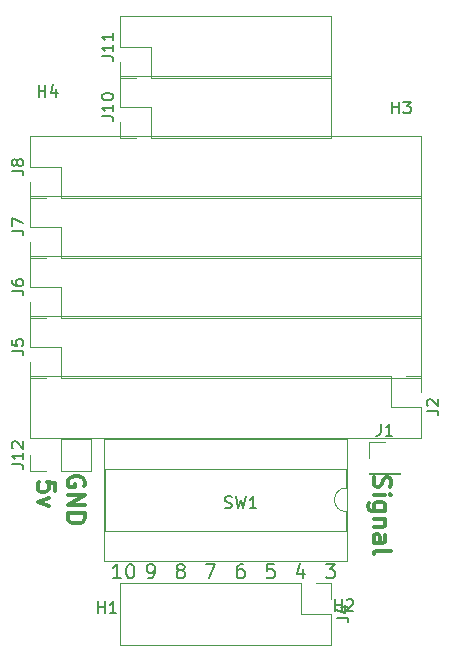
<source format=gto>
G04 #@! TF.GenerationSoftware,KiCad,Pcbnew,5.0.2-bee76a0~70~ubuntu14.04.1*
G04 #@! TF.CreationDate,2018-12-14T16:23:02-07:00*
G04 #@! TF.ProjectId,perf-sensor,70657266-2d73-4656-9e73-6f722e6b6963,rev?*
G04 #@! TF.SameCoordinates,Original*
G04 #@! TF.FileFunction,Legend,Top*
G04 #@! TF.FilePolarity,Positive*
%FSLAX46Y46*%
G04 Gerber Fmt 4.6, Leading zero omitted, Abs format (unit mm)*
G04 Created by KiCad (PCBNEW 5.0.2-bee76a0~70~ubuntu14.04.1) date Fri 14 Dec 2018 04:23:02 PM MST*
%MOMM*%
%LPD*%
G01*
G04 APERTURE LIST*
%ADD10C,0.300000*%
%ADD11C,0.200000*%
%ADD12C,0.120000*%
%ADD13C,0.150000*%
G04 APERTURE END LIST*
D10*
X85911428Y-98083714D02*
X85911428Y-97369428D01*
X85197142Y-97298000D01*
X85268571Y-97369428D01*
X85340000Y-97512285D01*
X85340000Y-97869428D01*
X85268571Y-98012285D01*
X85197142Y-98083714D01*
X85054285Y-98155142D01*
X84697142Y-98155142D01*
X84554285Y-98083714D01*
X84482857Y-98012285D01*
X84411428Y-97869428D01*
X84411428Y-97512285D01*
X84482857Y-97369428D01*
X84554285Y-97298000D01*
X85411428Y-98655142D02*
X84411428Y-99012285D01*
X85411428Y-99369428D01*
X88380000Y-97663142D02*
X88451428Y-97520285D01*
X88451428Y-97306000D01*
X88380000Y-97091714D01*
X88237142Y-96948857D01*
X88094285Y-96877428D01*
X87808571Y-96806000D01*
X87594285Y-96806000D01*
X87308571Y-96877428D01*
X87165714Y-96948857D01*
X87022857Y-97091714D01*
X86951428Y-97306000D01*
X86951428Y-97448857D01*
X87022857Y-97663142D01*
X87094285Y-97734571D01*
X87594285Y-97734571D01*
X87594285Y-97448857D01*
X86951428Y-98377428D02*
X88451428Y-98377428D01*
X86951428Y-99234571D01*
X88451428Y-99234571D01*
X86951428Y-99948857D02*
X88451428Y-99948857D01*
X88451428Y-100306000D01*
X88380000Y-100520285D01*
X88237142Y-100663142D01*
X88094285Y-100734571D01*
X87808571Y-100806000D01*
X87594285Y-100806000D01*
X87308571Y-100734571D01*
X87165714Y-100663142D01*
X87022857Y-100520285D01*
X86951428Y-100306000D01*
X86951428Y-99948857D01*
X112930857Y-96861714D02*
X112859428Y-97076000D01*
X112859428Y-97433142D01*
X112930857Y-97576000D01*
X113002285Y-97647428D01*
X113145142Y-97718857D01*
X113288000Y-97718857D01*
X113430857Y-97647428D01*
X113502285Y-97576000D01*
X113573714Y-97433142D01*
X113645142Y-97147428D01*
X113716571Y-97004571D01*
X113788000Y-96933142D01*
X113930857Y-96861714D01*
X114073714Y-96861714D01*
X114216571Y-96933142D01*
X114288000Y-97004571D01*
X114359428Y-97147428D01*
X114359428Y-97504571D01*
X114288000Y-97718857D01*
X112859428Y-98361714D02*
X113859428Y-98361714D01*
X114359428Y-98361714D02*
X114288000Y-98290285D01*
X114216571Y-98361714D01*
X114288000Y-98433142D01*
X114359428Y-98361714D01*
X114216571Y-98361714D01*
X113859428Y-99718857D02*
X112645142Y-99718857D01*
X112502285Y-99647428D01*
X112430857Y-99576000D01*
X112359428Y-99433142D01*
X112359428Y-99218857D01*
X112430857Y-99076000D01*
X112930857Y-99718857D02*
X112859428Y-99576000D01*
X112859428Y-99290285D01*
X112930857Y-99147428D01*
X113002285Y-99076000D01*
X113145142Y-99004571D01*
X113573714Y-99004571D01*
X113716571Y-99076000D01*
X113788000Y-99147428D01*
X113859428Y-99290285D01*
X113859428Y-99576000D01*
X113788000Y-99718857D01*
X113859428Y-100433142D02*
X112859428Y-100433142D01*
X113716571Y-100433142D02*
X113788000Y-100504571D01*
X113859428Y-100647428D01*
X113859428Y-100861714D01*
X113788000Y-101004571D01*
X113645142Y-101076000D01*
X112859428Y-101076000D01*
X112859428Y-102433142D02*
X113645142Y-102433142D01*
X113788000Y-102361714D01*
X113859428Y-102218857D01*
X113859428Y-101933142D01*
X113788000Y-101790285D01*
X112930857Y-102433142D02*
X112859428Y-102290285D01*
X112859428Y-101933142D01*
X112930857Y-101790285D01*
X113073714Y-101718857D01*
X113216571Y-101718857D01*
X113359428Y-101790285D01*
X113430857Y-101933142D01*
X113430857Y-102290285D01*
X113502285Y-102433142D01*
X112859428Y-103361714D02*
X112930857Y-103218857D01*
X113073714Y-103147428D01*
X114359428Y-103147428D01*
D11*
X91465428Y-105444857D02*
X90779714Y-105444857D01*
X91122571Y-105444857D02*
X91122571Y-104244857D01*
X91008285Y-104416285D01*
X90894000Y-104530571D01*
X90779714Y-104587714D01*
X92208285Y-104244857D02*
X92322571Y-104244857D01*
X92436857Y-104302000D01*
X92494000Y-104359142D01*
X92551142Y-104473428D01*
X92608285Y-104702000D01*
X92608285Y-104987714D01*
X92551142Y-105216285D01*
X92494000Y-105330571D01*
X92436857Y-105387714D01*
X92322571Y-105444857D01*
X92208285Y-105444857D01*
X92094000Y-105387714D01*
X92036857Y-105330571D01*
X91979714Y-105216285D01*
X91922571Y-104987714D01*
X91922571Y-104702000D01*
X91979714Y-104473428D01*
X92036857Y-104359142D01*
X92094000Y-104302000D01*
X92208285Y-104244857D01*
X93751428Y-105444857D02*
X93980000Y-105444857D01*
X94094285Y-105387714D01*
X94151428Y-105330571D01*
X94265714Y-105159142D01*
X94322857Y-104930571D01*
X94322857Y-104473428D01*
X94265714Y-104359142D01*
X94208571Y-104302000D01*
X94094285Y-104244857D01*
X93865714Y-104244857D01*
X93751428Y-104302000D01*
X93694285Y-104359142D01*
X93637142Y-104473428D01*
X93637142Y-104759142D01*
X93694285Y-104873428D01*
X93751428Y-104930571D01*
X93865714Y-104987714D01*
X94094285Y-104987714D01*
X94208571Y-104930571D01*
X94265714Y-104873428D01*
X94322857Y-104759142D01*
X96405714Y-104759142D02*
X96291428Y-104702000D01*
X96234285Y-104644857D01*
X96177142Y-104530571D01*
X96177142Y-104473428D01*
X96234285Y-104359142D01*
X96291428Y-104302000D01*
X96405714Y-104244857D01*
X96634285Y-104244857D01*
X96748571Y-104302000D01*
X96805714Y-104359142D01*
X96862857Y-104473428D01*
X96862857Y-104530571D01*
X96805714Y-104644857D01*
X96748571Y-104702000D01*
X96634285Y-104759142D01*
X96405714Y-104759142D01*
X96291428Y-104816285D01*
X96234285Y-104873428D01*
X96177142Y-104987714D01*
X96177142Y-105216285D01*
X96234285Y-105330571D01*
X96291428Y-105387714D01*
X96405714Y-105444857D01*
X96634285Y-105444857D01*
X96748571Y-105387714D01*
X96805714Y-105330571D01*
X96862857Y-105216285D01*
X96862857Y-104987714D01*
X96805714Y-104873428D01*
X96748571Y-104816285D01*
X96634285Y-104759142D01*
X98660000Y-104244857D02*
X99460000Y-104244857D01*
X98945714Y-105444857D01*
X101828571Y-104244857D02*
X101600000Y-104244857D01*
X101485714Y-104302000D01*
X101428571Y-104359142D01*
X101314285Y-104530571D01*
X101257142Y-104759142D01*
X101257142Y-105216285D01*
X101314285Y-105330571D01*
X101371428Y-105387714D01*
X101485714Y-105444857D01*
X101714285Y-105444857D01*
X101828571Y-105387714D01*
X101885714Y-105330571D01*
X101942857Y-105216285D01*
X101942857Y-104930571D01*
X101885714Y-104816285D01*
X101828571Y-104759142D01*
X101714285Y-104702000D01*
X101485714Y-104702000D01*
X101371428Y-104759142D01*
X101314285Y-104816285D01*
X101257142Y-104930571D01*
X104425714Y-104244857D02*
X103854285Y-104244857D01*
X103797142Y-104816285D01*
X103854285Y-104759142D01*
X103968571Y-104702000D01*
X104254285Y-104702000D01*
X104368571Y-104759142D01*
X104425714Y-104816285D01*
X104482857Y-104930571D01*
X104482857Y-105216285D01*
X104425714Y-105330571D01*
X104368571Y-105387714D01*
X104254285Y-105444857D01*
X103968571Y-105444857D01*
X103854285Y-105387714D01*
X103797142Y-105330571D01*
X106908571Y-104644857D02*
X106908571Y-105444857D01*
X106622857Y-104187714D02*
X106337142Y-105044857D01*
X107080000Y-105044857D01*
X108820000Y-104244857D02*
X109562857Y-104244857D01*
X109162857Y-104702000D01*
X109334285Y-104702000D01*
X109448571Y-104759142D01*
X109505714Y-104816285D01*
X109562857Y-104930571D01*
X109562857Y-105216285D01*
X109505714Y-105330571D01*
X109448571Y-105387714D01*
X109334285Y-105444857D01*
X108991428Y-105444857D01*
X108877142Y-105387714D01*
X108820000Y-105330571D01*
D12*
G04 #@! TO.C,J4*
X91380000Y-105858000D02*
X91380000Y-111058000D01*
X106680000Y-105858000D02*
X91380000Y-105858000D01*
X109280000Y-111058000D02*
X91380000Y-111058000D01*
X106680000Y-105858000D02*
X106680000Y-108458000D01*
X106680000Y-108458000D02*
X109280000Y-108458000D01*
X109280000Y-108458000D02*
X109280000Y-111058000D01*
X107950000Y-105858000D02*
X109280000Y-105858000D01*
X109280000Y-105858000D02*
X109280000Y-107188000D01*
G04 #@! TO.C,SW1*
X110550000Y-99806000D02*
G75*
G02X110550000Y-97806000I0J1000000D01*
G01*
X110550000Y-97806000D02*
X110550000Y-96156000D01*
X110550000Y-96156000D02*
X90110000Y-96156000D01*
X90110000Y-96156000D02*
X90110000Y-101456000D01*
X90110000Y-101456000D02*
X110550000Y-101456000D01*
X110550000Y-101456000D02*
X110550000Y-99806000D01*
X110610000Y-93666000D02*
X90050000Y-93666000D01*
X90050000Y-93666000D02*
X90050000Y-103946000D01*
X90050000Y-103946000D02*
X110610000Y-103946000D01*
X110610000Y-103946000D02*
X110610000Y-93666000D01*
G04 #@! TO.C,J2*
X83760000Y-88332000D02*
X83760000Y-93532000D01*
X114300000Y-88332000D02*
X83760000Y-88332000D01*
X116900000Y-93532000D02*
X83760000Y-93532000D01*
X114300000Y-88332000D02*
X114300000Y-90932000D01*
X114300000Y-90932000D02*
X116900000Y-90932000D01*
X116900000Y-90932000D02*
X116900000Y-93532000D01*
X115570000Y-88332000D02*
X116900000Y-88332000D01*
X116900000Y-88332000D02*
X116900000Y-89662000D01*
G04 #@! TO.C,J5*
X116900000Y-88452000D02*
X116900000Y-83252000D01*
X86360000Y-88452000D02*
X116900000Y-88452000D01*
X83760000Y-83252000D02*
X116900000Y-83252000D01*
X86360000Y-88452000D02*
X86360000Y-85852000D01*
X86360000Y-85852000D02*
X83760000Y-85852000D01*
X83760000Y-85852000D02*
X83760000Y-83252000D01*
X85090000Y-88452000D02*
X83760000Y-88452000D01*
X83760000Y-88452000D02*
X83760000Y-87122000D01*
G04 #@! TO.C,J6*
X83760000Y-83372000D02*
X83760000Y-82042000D01*
X85090000Y-83372000D02*
X83760000Y-83372000D01*
X83760000Y-80772000D02*
X83760000Y-78172000D01*
X86360000Y-80772000D02*
X83760000Y-80772000D01*
X86360000Y-83372000D02*
X86360000Y-80772000D01*
X83760000Y-78172000D02*
X116900000Y-78172000D01*
X86360000Y-83372000D02*
X116900000Y-83372000D01*
X116900000Y-83372000D02*
X116900000Y-78172000D01*
G04 #@! TO.C,J7*
X116900000Y-78292000D02*
X116900000Y-73092000D01*
X86360000Y-78292000D02*
X116900000Y-78292000D01*
X83760000Y-73092000D02*
X116900000Y-73092000D01*
X86360000Y-78292000D02*
X86360000Y-75692000D01*
X86360000Y-75692000D02*
X83760000Y-75692000D01*
X83760000Y-75692000D02*
X83760000Y-73092000D01*
X85090000Y-78292000D02*
X83760000Y-78292000D01*
X83760000Y-78292000D02*
X83760000Y-76962000D01*
G04 #@! TO.C,J8*
X116900000Y-73212000D02*
X116900000Y-68012000D01*
X86360000Y-73212000D02*
X116900000Y-73212000D01*
X83760000Y-68012000D02*
X116900000Y-68012000D01*
X86360000Y-73212000D02*
X86360000Y-70612000D01*
X86360000Y-70612000D02*
X83760000Y-70612000D01*
X83760000Y-70612000D02*
X83760000Y-68012000D01*
X85090000Y-73212000D02*
X83760000Y-73212000D01*
X83760000Y-73212000D02*
X83760000Y-71882000D01*
G04 #@! TO.C,J11*
X109280000Y-63052000D02*
X109280000Y-57852000D01*
X93980000Y-63052000D02*
X109280000Y-63052000D01*
X91380000Y-57852000D02*
X109280000Y-57852000D01*
X93980000Y-63052000D02*
X93980000Y-60452000D01*
X93980000Y-60452000D02*
X91380000Y-60452000D01*
X91380000Y-60452000D02*
X91380000Y-57852000D01*
X92710000Y-63052000D02*
X91380000Y-63052000D01*
X91380000Y-63052000D02*
X91380000Y-61722000D01*
G04 #@! TO.C,J12*
X88960000Y-96326000D02*
X88960000Y-93666000D01*
X86360000Y-96326000D02*
X88960000Y-96326000D01*
X86360000Y-93666000D02*
X88960000Y-93666000D01*
X86360000Y-96326000D02*
X86360000Y-93666000D01*
X85090000Y-96326000D02*
X83760000Y-96326000D01*
X83760000Y-96326000D02*
X83760000Y-94996000D01*
G04 #@! TO.C,J1*
X112462000Y-96580000D02*
X115122000Y-96580000D01*
X112462000Y-96520000D02*
X112462000Y-96580000D01*
X115122000Y-96520000D02*
X115122000Y-96580000D01*
X112462000Y-96520000D02*
X115122000Y-96520000D01*
X112462000Y-95250000D02*
X112462000Y-93920000D01*
X112462000Y-93920000D02*
X113792000Y-93920000D01*
G04 #@! TO.C,J10*
X109280000Y-68132000D02*
X109280000Y-62932000D01*
X93980000Y-68132000D02*
X109280000Y-68132000D01*
X91380000Y-62932000D02*
X109280000Y-62932000D01*
X93980000Y-68132000D02*
X93980000Y-65532000D01*
X93980000Y-65532000D02*
X91380000Y-65532000D01*
X91380000Y-65532000D02*
X91380000Y-62932000D01*
X92710000Y-68132000D02*
X91380000Y-68132000D01*
X91380000Y-68132000D02*
X91380000Y-66802000D01*
G04 #@! TO.C,H1*
D13*
X89512235Y-108384600D02*
X89512235Y-107384600D01*
X89512235Y-107860791D02*
X90083663Y-107860791D01*
X90083663Y-108384600D02*
X90083663Y-107384600D01*
X91083663Y-108384600D02*
X90512235Y-108384600D01*
X90797949Y-108384600D02*
X90797949Y-107384600D01*
X90702711Y-107527458D01*
X90607473Y-107622696D01*
X90512235Y-107670315D01*
G04 #@! TO.C,H2*
X109585855Y-108229660D02*
X109585855Y-107229660D01*
X109585855Y-107705851D02*
X110157283Y-107705851D01*
X110157283Y-108229660D02*
X110157283Y-107229660D01*
X110585855Y-107324899D02*
X110633474Y-107277280D01*
X110728712Y-107229660D01*
X110966807Y-107229660D01*
X111062045Y-107277280D01*
X111109664Y-107324899D01*
X111157283Y-107420137D01*
X111157283Y-107515375D01*
X111109664Y-107658232D01*
X110538236Y-108229660D01*
X111157283Y-108229660D01*
G04 #@! TO.C,H3*
X114427095Y-66096140D02*
X114427095Y-65096140D01*
X114427095Y-65572331D02*
X114998523Y-65572331D01*
X114998523Y-66096140D02*
X114998523Y-65096140D01*
X115379476Y-65096140D02*
X115998523Y-65096140D01*
X115665190Y-65477093D01*
X115808047Y-65477093D01*
X115903285Y-65524712D01*
X115950904Y-65572331D01*
X115998523Y-65667569D01*
X115998523Y-65905664D01*
X115950904Y-66000902D01*
X115903285Y-66048521D01*
X115808047Y-66096140D01*
X115522333Y-66096140D01*
X115427095Y-66048521D01*
X115379476Y-66000902D01*
G04 #@! TO.C,H4*
X84505895Y-64678820D02*
X84505895Y-63678820D01*
X84505895Y-64155011D02*
X85077323Y-64155011D01*
X85077323Y-64678820D02*
X85077323Y-63678820D01*
X85982085Y-64012154D02*
X85982085Y-64678820D01*
X85743990Y-63631201D02*
X85505895Y-64345487D01*
X86124942Y-64345487D01*
G04 #@! TO.C,J4*
X109732380Y-108791333D02*
X110446666Y-108791333D01*
X110589523Y-108838952D01*
X110684761Y-108934190D01*
X110732380Y-109077047D01*
X110732380Y-109172285D01*
X110065714Y-107886571D02*
X110732380Y-107886571D01*
X109684761Y-108124666D02*
X110399047Y-108362761D01*
X110399047Y-107743714D01*
G04 #@! TO.C,SW1*
X100266666Y-99464761D02*
X100409523Y-99512380D01*
X100647619Y-99512380D01*
X100742857Y-99464761D01*
X100790476Y-99417142D01*
X100838095Y-99321904D01*
X100838095Y-99226666D01*
X100790476Y-99131428D01*
X100742857Y-99083809D01*
X100647619Y-99036190D01*
X100457142Y-98988571D01*
X100361904Y-98940952D01*
X100314285Y-98893333D01*
X100266666Y-98798095D01*
X100266666Y-98702857D01*
X100314285Y-98607619D01*
X100361904Y-98560000D01*
X100457142Y-98512380D01*
X100695238Y-98512380D01*
X100838095Y-98560000D01*
X101171428Y-98512380D02*
X101409523Y-99512380D01*
X101600000Y-98798095D01*
X101790476Y-99512380D01*
X102028571Y-98512380D01*
X102933333Y-99512380D02*
X102361904Y-99512380D01*
X102647619Y-99512380D02*
X102647619Y-98512380D01*
X102552380Y-98655238D01*
X102457142Y-98750476D01*
X102361904Y-98798095D01*
G04 #@! TO.C,J2*
X117352380Y-91265333D02*
X118066666Y-91265333D01*
X118209523Y-91312952D01*
X118304761Y-91408190D01*
X118352380Y-91551047D01*
X118352380Y-91646285D01*
X117447619Y-90836761D02*
X117400000Y-90789142D01*
X117352380Y-90693904D01*
X117352380Y-90455809D01*
X117400000Y-90360571D01*
X117447619Y-90312952D01*
X117542857Y-90265333D01*
X117638095Y-90265333D01*
X117780952Y-90312952D01*
X118352380Y-90884380D01*
X118352380Y-90265333D01*
G04 #@! TO.C,J5*
X82212380Y-86185333D02*
X82926666Y-86185333D01*
X83069523Y-86232952D01*
X83164761Y-86328190D01*
X83212380Y-86471047D01*
X83212380Y-86566285D01*
X82212380Y-85232952D02*
X82212380Y-85709142D01*
X82688571Y-85756761D01*
X82640952Y-85709142D01*
X82593333Y-85613904D01*
X82593333Y-85375809D01*
X82640952Y-85280571D01*
X82688571Y-85232952D01*
X82783809Y-85185333D01*
X83021904Y-85185333D01*
X83117142Y-85232952D01*
X83164761Y-85280571D01*
X83212380Y-85375809D01*
X83212380Y-85613904D01*
X83164761Y-85709142D01*
X83117142Y-85756761D01*
G04 #@! TO.C,J6*
X82212380Y-81105333D02*
X82926666Y-81105333D01*
X83069523Y-81152952D01*
X83164761Y-81248190D01*
X83212380Y-81391047D01*
X83212380Y-81486285D01*
X82212380Y-80200571D02*
X82212380Y-80391047D01*
X82260000Y-80486285D01*
X82307619Y-80533904D01*
X82450476Y-80629142D01*
X82640952Y-80676761D01*
X83021904Y-80676761D01*
X83117142Y-80629142D01*
X83164761Y-80581523D01*
X83212380Y-80486285D01*
X83212380Y-80295809D01*
X83164761Y-80200571D01*
X83117142Y-80152952D01*
X83021904Y-80105333D01*
X82783809Y-80105333D01*
X82688571Y-80152952D01*
X82640952Y-80200571D01*
X82593333Y-80295809D01*
X82593333Y-80486285D01*
X82640952Y-80581523D01*
X82688571Y-80629142D01*
X82783809Y-80676761D01*
G04 #@! TO.C,J7*
X82212380Y-76025333D02*
X82926666Y-76025333D01*
X83069523Y-76072952D01*
X83164761Y-76168190D01*
X83212380Y-76311047D01*
X83212380Y-76406285D01*
X82212380Y-75644380D02*
X82212380Y-74977714D01*
X83212380Y-75406285D01*
G04 #@! TO.C,J8*
X82212380Y-70945333D02*
X82926666Y-70945333D01*
X83069523Y-70992952D01*
X83164761Y-71088190D01*
X83212380Y-71231047D01*
X83212380Y-71326285D01*
X82640952Y-70326285D02*
X82593333Y-70421523D01*
X82545714Y-70469142D01*
X82450476Y-70516761D01*
X82402857Y-70516761D01*
X82307619Y-70469142D01*
X82260000Y-70421523D01*
X82212380Y-70326285D01*
X82212380Y-70135809D01*
X82260000Y-70040571D01*
X82307619Y-69992952D01*
X82402857Y-69945333D01*
X82450476Y-69945333D01*
X82545714Y-69992952D01*
X82593333Y-70040571D01*
X82640952Y-70135809D01*
X82640952Y-70326285D01*
X82688571Y-70421523D01*
X82736190Y-70469142D01*
X82831428Y-70516761D01*
X83021904Y-70516761D01*
X83117142Y-70469142D01*
X83164761Y-70421523D01*
X83212380Y-70326285D01*
X83212380Y-70135809D01*
X83164761Y-70040571D01*
X83117142Y-69992952D01*
X83021904Y-69945333D01*
X82831428Y-69945333D01*
X82736190Y-69992952D01*
X82688571Y-70040571D01*
X82640952Y-70135809D01*
G04 #@! TO.C,J11*
X89832380Y-61261523D02*
X90546666Y-61261523D01*
X90689523Y-61309142D01*
X90784761Y-61404380D01*
X90832380Y-61547238D01*
X90832380Y-61642476D01*
X90832380Y-60261523D02*
X90832380Y-60832952D01*
X90832380Y-60547238D02*
X89832380Y-60547238D01*
X89975238Y-60642476D01*
X90070476Y-60737714D01*
X90118095Y-60832952D01*
X90832380Y-59309142D02*
X90832380Y-59880571D01*
X90832380Y-59594857D02*
X89832380Y-59594857D01*
X89975238Y-59690095D01*
X90070476Y-59785333D01*
X90118095Y-59880571D01*
G04 #@! TO.C,J12*
X82212380Y-95805523D02*
X82926666Y-95805523D01*
X83069523Y-95853142D01*
X83164761Y-95948380D01*
X83212380Y-96091238D01*
X83212380Y-96186476D01*
X83212380Y-94805523D02*
X83212380Y-95376952D01*
X83212380Y-95091238D02*
X82212380Y-95091238D01*
X82355238Y-95186476D01*
X82450476Y-95281714D01*
X82498095Y-95376952D01*
X82307619Y-94424571D02*
X82260000Y-94376952D01*
X82212380Y-94281714D01*
X82212380Y-94043619D01*
X82260000Y-93948380D01*
X82307619Y-93900761D01*
X82402857Y-93853142D01*
X82498095Y-93853142D01*
X82640952Y-93900761D01*
X83212380Y-94472190D01*
X83212380Y-93853142D01*
G04 #@! TO.C,J1*
X113458666Y-92372380D02*
X113458666Y-93086666D01*
X113411047Y-93229523D01*
X113315809Y-93324761D01*
X113172952Y-93372380D01*
X113077714Y-93372380D01*
X114458666Y-93372380D02*
X113887238Y-93372380D01*
X114172952Y-93372380D02*
X114172952Y-92372380D01*
X114077714Y-92515238D01*
X113982476Y-92610476D01*
X113887238Y-92658095D01*
G04 #@! TO.C,J10*
X89832380Y-66341523D02*
X90546666Y-66341523D01*
X90689523Y-66389142D01*
X90784761Y-66484380D01*
X90832380Y-66627238D01*
X90832380Y-66722476D01*
X90832380Y-65341523D02*
X90832380Y-65912952D01*
X90832380Y-65627238D02*
X89832380Y-65627238D01*
X89975238Y-65722476D01*
X90070476Y-65817714D01*
X90118095Y-65912952D01*
X89832380Y-64722476D02*
X89832380Y-64627238D01*
X89880000Y-64532000D01*
X89927619Y-64484380D01*
X90022857Y-64436761D01*
X90213333Y-64389142D01*
X90451428Y-64389142D01*
X90641904Y-64436761D01*
X90737142Y-64484380D01*
X90784761Y-64532000D01*
X90832380Y-64627238D01*
X90832380Y-64722476D01*
X90784761Y-64817714D01*
X90737142Y-64865333D01*
X90641904Y-64912952D01*
X90451428Y-64960571D01*
X90213333Y-64960571D01*
X90022857Y-64912952D01*
X89927619Y-64865333D01*
X89880000Y-64817714D01*
X89832380Y-64722476D01*
G04 #@! TD*
M02*

</source>
